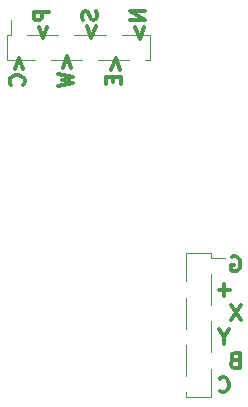
<source format=gbr>
%TF.GenerationSoftware,KiCad,Pcbnew,6.0.11-3.fc37*%
%TF.CreationDate,2023-09-06T08:49:03-04:00*%
%TF.ProjectId,gameKey-PCB-ThumbCluster,67616d65-4b65-4792-9d50-43422d546875,rev?*%
%TF.SameCoordinates,Original*%
%TF.FileFunction,Legend,Bot*%
%TF.FilePolarity,Positive*%
%FSLAX46Y46*%
G04 Gerber Fmt 4.6, Leading zero omitted, Abs format (unit mm)*
G04 Created by KiCad (PCBNEW 6.0.11-3.fc37) date 2023-09-06 08:49:03*
%MOMM*%
%LPD*%
G01*
G04 APERTURE LIST*
%ADD10C,0.304800*%
%ADD11C,0.120000*%
G04 APERTURE END LIST*
D10*
X13002380Y5746750D02*
X13123333Y5807226D01*
X13304761Y5807226D01*
X13486190Y5746750D01*
X13607142Y5625797D01*
X13667619Y5504845D01*
X13728095Y5262940D01*
X13728095Y5081511D01*
X13667619Y4839607D01*
X13607142Y4718654D01*
X13486190Y4597702D01*
X13304761Y4537226D01*
X13183809Y4537226D01*
X13002380Y4597702D01*
X12941904Y4658178D01*
X12941904Y5081511D01*
X13183809Y5081511D01*
X12851190Y2976335D02*
X11883571Y2976335D01*
X12367380Y2492526D02*
X12367380Y3460145D01*
X13758333Y1717826D02*
X12911666Y447826D01*
X12911666Y1717826D02*
X13758333Y447826D01*
X12367380Y-992111D02*
X12367380Y-1596873D01*
X12790714Y-326873D02*
X12367380Y-992111D01*
X11944047Y-326873D01*
X13244285Y-2976335D02*
X13062857Y-3036811D01*
X13002380Y-3097288D01*
X12941904Y-3218240D01*
X12941904Y-3399669D01*
X13002380Y-3520621D01*
X13062857Y-3581097D01*
X13183809Y-3641573D01*
X13667619Y-3641573D01*
X13667619Y-2371573D01*
X13244285Y-2371573D01*
X13123333Y-2432050D01*
X13062857Y-2492526D01*
X13002380Y-2613478D01*
X13002380Y-2734430D01*
X13062857Y-2855383D01*
X13123333Y-2915859D01*
X13244285Y-2976335D01*
X13667619Y-2976335D01*
X11974285Y-5565321D02*
X12034761Y-5625797D01*
X12216190Y-5686273D01*
X12337142Y-5686273D01*
X12518571Y-5625797D01*
X12639523Y-5504845D01*
X12700000Y-5383892D01*
X12760476Y-5141988D01*
X12760476Y-4960559D01*
X12700000Y-4718654D01*
X12639523Y-4597702D01*
X12518571Y-4476750D01*
X12337142Y-4416273D01*
X12216190Y-4416273D01*
X12034761Y-4476750D01*
X11974285Y-4537226D01*
X-5383892Y21680714D02*
X-5021035Y22648333D01*
X-4658178Y21680714D01*
X-4658178Y20350238D02*
X-4597702Y20410714D01*
X-4537226Y20592142D01*
X-4537226Y20713095D01*
X-4597702Y20894523D01*
X-4718654Y21015476D01*
X-4839607Y21075952D01*
X-5081511Y21136428D01*
X-5262940Y21136428D01*
X-5504845Y21075952D01*
X-5625797Y21015476D01*
X-5746750Y20894523D01*
X-5807226Y20713095D01*
X-5807226Y20592142D01*
X-5746750Y20410714D01*
X-5686273Y20350238D01*
X-2492526Y26518809D02*
X-3762526Y26518809D01*
X-3762526Y26035000D01*
X-3702050Y25914047D01*
X-3641573Y25853571D01*
X-3520621Y25793095D01*
X-3339192Y25793095D01*
X-3218240Y25853571D01*
X-3157764Y25914047D01*
X-3097288Y26035000D01*
X-3097288Y26518809D01*
X-3339192Y25248809D02*
X-2976335Y24281190D01*
X-2613478Y25248809D01*
X-1294492Y21771428D02*
X-931635Y22739047D01*
X-568778Y21771428D01*
X-1717826Y21287619D02*
X-447826Y20985238D01*
X-1354969Y20743333D01*
X-447826Y20501428D01*
X-1717826Y20199047D01*
X1536397Y26549047D02*
X1596873Y26367619D01*
X1596873Y26065238D01*
X1536397Y25944285D01*
X1475921Y25883809D01*
X1354969Y25823333D01*
X1234016Y25823333D01*
X1113064Y25883809D01*
X1052588Y25944285D01*
X992111Y26065238D01*
X931635Y26307142D01*
X871159Y26428095D01*
X810683Y26488571D01*
X689730Y26549047D01*
X568778Y26549047D01*
X447826Y26488571D01*
X387350Y26428095D01*
X326873Y26307142D01*
X326873Y26004761D01*
X387350Y25823333D01*
X750207Y25279047D02*
X1113064Y24311428D01*
X1475921Y25279047D01*
X2794907Y21620238D02*
X3157764Y22587857D01*
X3520621Y21620238D01*
X2976335Y21015476D02*
X2976335Y20592142D01*
X3641573Y20410714D02*
X3641573Y21015476D01*
X2371573Y21015476D01*
X2371573Y20410714D01*
X5686273Y26549047D02*
X4416273Y26549047D01*
X5686273Y25823333D01*
X4416273Y25823333D01*
X4839607Y25218571D02*
X5202464Y24250952D01*
X5565321Y25218571D01*
D11*
%TO.C,J2*%
X-6060000Y22440000D02*
X-3685000Y22440000D01*
X3685000Y24560000D02*
X6060000Y24560000D01*
X6060000Y24560000D02*
X6060000Y22440000D01*
X-2315000Y22440000D02*
X315000Y22440000D01*
X1685000Y22440000D02*
X4315000Y22440000D01*
X5685000Y22440000D02*
X6060000Y22440000D01*
X-5685000Y24560000D02*
X-5685000Y25790000D01*
X-6060000Y24560000D02*
X-6060000Y22440000D01*
X-315000Y24560000D02*
X2315000Y24560000D01*
X-4315000Y24560000D02*
X-1685000Y24560000D01*
X-6060000Y24560000D02*
X-5685000Y24560000D01*
%TO.C,J1*%
X11220000Y315000D02*
X11220000Y-2315000D01*
X11220000Y-3685000D02*
X11220000Y-6060000D01*
X11220000Y5685000D02*
X12450000Y5685000D01*
X9100000Y-1685000D02*
X9100000Y-4315000D01*
X11220000Y4315000D02*
X11220000Y1685000D01*
X11220000Y6060000D02*
X11220000Y5685000D01*
X9100000Y-5685000D02*
X9100000Y-6060000D01*
X9100000Y2315000D02*
X9100000Y-315000D01*
X9100000Y6060000D02*
X9100000Y3685000D01*
X11220000Y6060000D02*
X9100000Y6060000D01*
X11220000Y-6060000D02*
X9100000Y-6060000D01*
%TD*%
M02*

</source>
